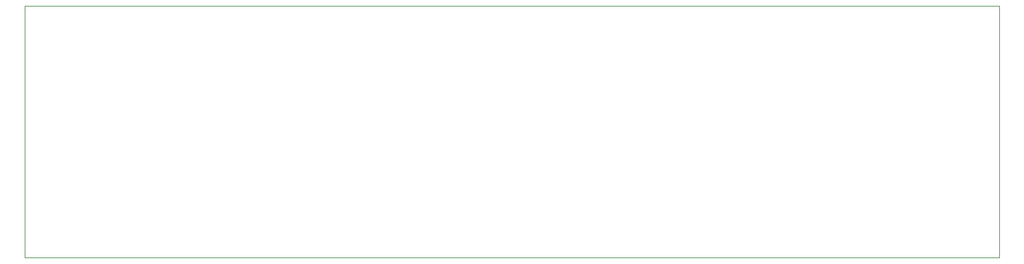
<source format=gbr>
%TF.GenerationSoftware,KiCad,Pcbnew,(6.0.0-0)*%
%TF.CreationDate,2022-01-19T10:51:19-05:00*%
%TF.ProjectId,Control_and_Output,436f6e74-726f-46c5-9f61-6e645f4f7574,rev?*%
%TF.SameCoordinates,Original*%
%TF.FileFunction,Profile,NP*%
%FSLAX46Y46*%
G04 Gerber Fmt 4.6, Leading zero omitted, Abs format (unit mm)*
G04 Created by KiCad (PCBNEW (6.0.0-0)) date 2022-01-19 10:51:19*
%MOMM*%
%LPD*%
G01*
G04 APERTURE LIST*
%TA.AperFunction,Profile*%
%ADD10C,0.050000*%
%TD*%
G04 APERTURE END LIST*
D10*
X216530000Y-87474000D02*
X89660000Y-87474000D01*
X89660000Y-87474000D02*
X89660000Y-120216000D01*
X89660000Y-120216000D02*
X216530000Y-120216000D01*
X216530000Y-120216000D02*
X216530000Y-87474000D01*
M02*

</source>
